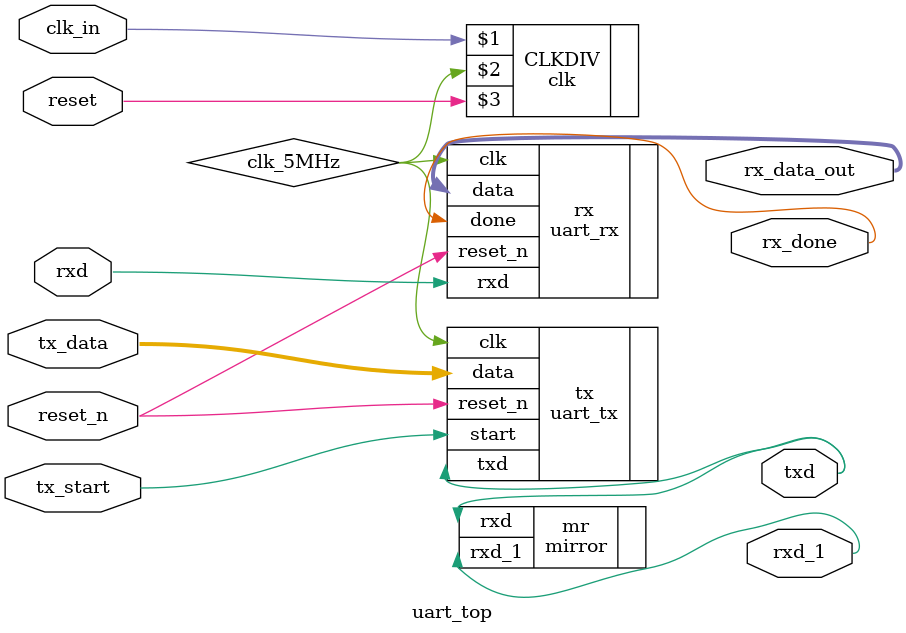
<source format=v>
module uart_top (
    input wire reset_n,
    input wire [7:0] tx_data,
    input wire tx_start,
    //input wire rx_data,
    output wire [7:0] rx_data_out,
    output wire rx_done,
    output wire txd,
    input wire rxd,
    input  clk_in,
    input  reset,
    output wire rxd_1
);
wire clk_5MHz;
//wire tx_start;
// [7:0] tx_data_in;
//wire [7:0] rx_data_out;
//wire rx_done;

clk CLKDIV(clk_in, clk_5MHz, reset);
//uart_tx tx (
//    .clk(clk),
//    .reset_n(reset_n),
//    .start(tx_start),
//    .data(tx_data),
//    .txd(txd)
//);

//uart_rx rx (
//    .clk(clk),
//    .reset_n(reset_n),
//    .rxd(txd),
//    .data(rx_data_out),
//    .done(rx_done)
//);

//assign rxd = rx_data;

uart_tx tx (
    .clk(clk_5MHz),
    .reset_n(reset_n),
    .start(tx_start),
    .data(tx_data),
    .txd(txd)
);

uart_rx rx (
    .clk(clk_5MHz),
    .reset_n(reset_n),
    .rxd(rxd),
    .data(rx_data_out),
    .done(rx_done)
);

mirror mr (
    .rxd(txd),
    .rxd_1(rxd_1)

);

//i2o io(
//    .clk(clk_5MHz),
//    .done(rx_done),
//    .data_in(rx_data_out),
//    .data_out(tx_data_in),
//    .start(tx_start)
//);
//uart_transmitter uart_transmitter(
//        .clk(clk_5MHz),
//        .reset(reset_n),
//        .transmit(tx_start),
//        .data(rx_data_out),
//        .TxD(txd),
//        .clear(tx_complete)
//    );
//assign rxd = rx_data;

endmodule
</source>
